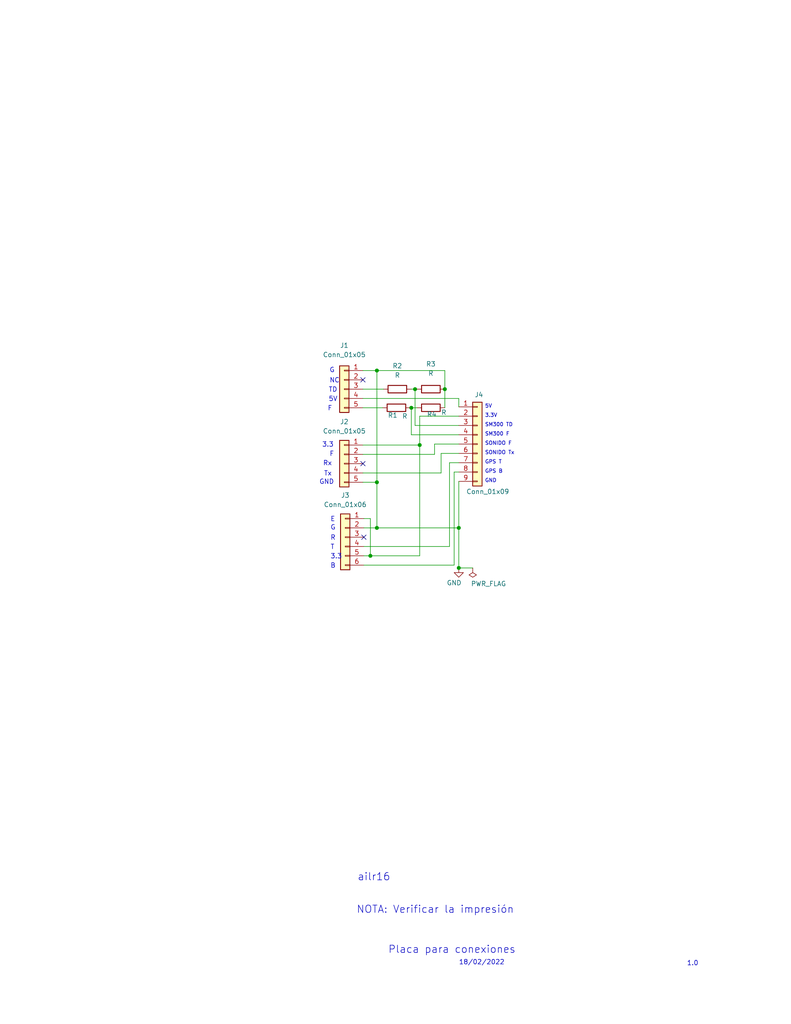
<source format=kicad_sch>
(kicad_sch (version 20211123) (generator eeschema)
  (paper "USLetter" portrait)
  (lib_symbols
    (symbol "Connector_Generic:Conn_01x05" (pin_names (offset 1.016) hide)
      (property "Reference" "J" (at 0 7.62 0))
      (property "Value" "Conn_01x05" (at 0 -7.62 0))
      (symbol "Conn_01x05_1_1"
        (rectangle (start -1.27 -4.953) (end 0 -5.207) (stroke (width 0.1524)))
        (rectangle (start -1.27 -2.413) (end 0 -2.667) (stroke (width 0.1524)))
        (rectangle (start -1.27 0.127) (end 0 -0.127) (stroke (width 0.1524)))
        (rectangle (start -1.27 2.667) (end 0 2.413) (stroke (width 0.1524)))
        (rectangle (start -1.27 5.207) (end 0 4.953) (stroke (width 0.1524)))
        (rectangle (start -1.27 6.35) (end 1.27 -6.35) (stroke (width 0.254)) (fill (type background)))
        (pin passive line (at -5.08 5.08 0) (length 3.81) (name "Pin_1") (number "1"))
        (pin passive line (at -5.08 2.54 0) (length 3.81) (name "Pin_2") (number "2"))
        (pin passive line (at -5.08 0 0) (length 3.81) (name "Pin_3") (number "3"))
        (pin passive line (at -5.08 -2.54 0) (length 3.81) (name "Pin_4") (number "4"))
        (pin passive line (at -5.08 -5.08 0) (length 3.81) (name "Pin_5") (number "5"))
      )
    )
    (symbol "Connector_Generic:Conn_01x06" (pin_names (offset 1.016) hide)
      (property "Reference" "J" (at 0 7.62 0))
      (property "Value" "Conn_01x06" (at 0 -10.16 0))
      (symbol "Conn_01x06_1_1"
        (rectangle (start -1.27 -7.493) (end 0 -7.747) (stroke (width 0.1524)))
        (rectangle (start -1.27 -4.953) (end 0 -5.207) (stroke (width 0.1524)))
        (rectangle (start -1.27 -2.413) (end 0 -2.667) (stroke (width 0.1524)))
        (rectangle (start -1.27 0.127) (end 0 -0.127) (stroke (width 0.1524)))
        (rectangle (start -1.27 2.667) (end 0 2.413) (stroke (width 0.1524)))
        (rectangle (start -1.27 5.207) (end 0 4.953) (stroke (width 0.1524)))
        (rectangle (start -1.27 6.35) (end 1.27 -8.89) (stroke (width 0.254)) (fill (type background)))
        (pin passive line (at -5.08 5.08 0) (length 3.81) (name "Pin_1") (number "1"))
        (pin passive line (at -5.08 2.54 0) (length 3.81) (name "Pin_2") (number "2"))
        (pin passive line (at -5.08 0 0) (length 3.81) (name "Pin_3") (number "3"))
        (pin passive line (at -5.08 -2.54 0) (length 3.81) (name "Pin_4") (number "4"))
        (pin passive line (at -5.08 -5.08 0) (length 3.81) (name "Pin_5") (number "5"))
        (pin passive line (at -5.08 -7.62 0) (length 3.81) (name "Pin_6") (number "6"))
      )
    )
    (symbol "Connector_Generic:Conn_01x09" (pin_names (offset 1.016) hide)
      (property "Reference" "J" (at 0 12.7 0))
      (property "Value" "Conn_01x09" (at 0 -12.7 0))
      (symbol "Conn_01x09_1_1"
        (rectangle (start -1.27 -10.033) (end 0 -10.287) (stroke (width 0.1524)))
        (rectangle (start -1.27 -7.493) (end 0 -7.747) (stroke (width 0.1524)))
        (rectangle (start -1.27 -4.953) (end 0 -5.207) (stroke (width 0.1524)))
        (rectangle (start -1.27 -2.413) (end 0 -2.667) (stroke (width 0.1524)))
        (rectangle (start -1.27 0.127) (end 0 -0.127) (stroke (width 0.1524)))
        (rectangle (start -1.27 2.667) (end 0 2.413) (stroke (width 0.1524)))
        (rectangle (start -1.27 5.207) (end 0 4.953) (stroke (width 0.1524)))
        (rectangle (start -1.27 7.747) (end 0 7.493) (stroke (width 0.1524)))
        (rectangle (start -1.27 10.287) (end 0 10.033) (stroke (width 0.1524)))
        (rectangle (start -1.27 11.43) (end 1.27 -11.43) (stroke (width 0.254)) (fill (type background)))
        (pin passive line (at -5.08 10.16 0) (length 3.81) (name "Pin_1") (number "1"))
        (pin passive line (at -5.08 7.62 0) (length 3.81) (name "Pin_2") (number "2"))
        (pin passive line (at -5.08 5.08 0) (length 3.81) (name "Pin_3") (number "3"))
        (pin passive line (at -5.08 2.54 0) (length 3.81) (name "Pin_4") (number "4"))
        (pin passive line (at -5.08 0 0) (length 3.81) (name "Pin_5") (number "5"))
        (pin passive line (at -5.08 -2.54 0) (length 3.81) (name "Pin_6") (number "6"))
        (pin passive line (at -5.08 -5.08 0) (length 3.81) (name "Pin_7") (number "7"))
        (pin passive line (at -5.08 -7.62 0) (length 3.81) (name "Pin_8") (number "8"))
        (pin passive line (at -5.08 -10.16 0) (length 3.81) (name "Pin_9") (number "9"))
      )
    )
    (symbol "Device:R" (pin_numbers hide) (pin_names (offset 0))
      (property "Reference" "R" (at 2.032 0 90))
      (property "Value" "R" (at 0 0 90))
      (symbol "R_0_1"
        (rectangle (start -1.016 -2.54) (end 1.016 2.54) (stroke (width 0.254)))
      )
      (symbol "R_1_1"
        (pin passive line (at 0 3.81 270) (length 1.27) (name "~") (number "1"))
        (pin passive line (at 0 -3.81 90) (length 1.27) (name "~") (number "2"))
      )
    )
    (symbol "power:GND" (power) (pin_names (offset 0))
      (property "Value" "GND" (at 0 -3.81 0))
      (symbol "GND_0_1"
        (polyline (pts (xy 0 0) (xy 0 -1.27) (xy 1.27 -1.27) (xy 0 -2.54) (xy -1.27 -1.27) (xy 0 -1.27)))
      )
      (symbol "GND_1_1"
        (pin power_in line (at 0 0 270) (length 0) hide (name "GND") (number "1"))
      )
    )
    (symbol "power:PWR_FLAG" (power) (pin_numbers hide) (pin_names (offset 0) hide)
      (property "Value" "PWR_FLAG" (at 0 3.81 0))
      (symbol "PWR_FLAG_0_0"
        (pin power_out line (at 0 0 90) (length 0) (name "pwr") (number "1"))
      )
      (symbol "PWR_FLAG_0_1"
        (polyline (pts (xy 0 0) (xy 0 1.27) (xy -1.016 1.905) (xy 0 2.54) (xy 1.016 1.905) (xy 0 1.27)))
      )
    )
  )
  (junction (at 112.268 111.252))
  (junction (at 125.222 144.018))
  (junction (at 102.87 101.092))
  (junction (at 101.092 151.638))
  (junction (at 113.284 106.172))
  (junction (at 121.412 106.172))
  (junction (at 102.87 144.018))
  (junction (at 125.222 154.94))
  (junction (at 114.554 121.412))
  (junction (at 102.87 131.572))
  (no_connect (at 99.314 146.558))
  (no_connect (at 99.06 103.632))
  (no_connect (at 99.06 126.492))
  (wire (pts (xy 125.222 108.712) (xy 125.222 110.998)))
  (wire (pts (xy 125.222 154.94) (xy 129.032 154.94)))
  (wire (pts (xy 112.268 106.172) (xy 113.284 106.172)))
  (wire (pts (xy 114.554 151.638) (xy 114.554 121.412)))
  (wire (pts (xy 125.222 131.318) (xy 125.222 144.018)))
  (wire (pts (xy 120.396 129.032) (xy 120.396 123.698)))
  (wire (pts (xy 125.222 116.078) (xy 113.284 116.078)))
  (wire (pts (xy 122.682 126.238) (xy 125.222 126.238)))
  (wire (pts (xy 99.314 149.098) (xy 122.682 149.098)))
  (wire (pts (xy 123.952 128.778) (xy 125.222 128.778)))
  (wire (pts (xy 99.06 111.252) (xy 104.394 111.252)))
  (wire (pts (xy 118.618 121.158) (xy 125.222 121.158)))
  (wire (pts (xy 99.314 154.178) (xy 123.952 154.178)))
  (wire (pts (xy 102.87 101.092) (xy 102.87 131.572)))
  (wire (pts (xy 112.268 118.618) (xy 112.268 111.252)))
  (wire (pts (xy 120.396 123.698) (xy 125.222 123.698)))
  (wire (pts (xy 101.092 151.638) (xy 99.314 151.638)))
  (wire (pts (xy 123.952 154.178) (xy 123.952 128.778)))
  (wire (pts (xy 113.284 116.078) (xy 113.284 106.172)))
  (wire (pts (xy 121.412 106.172) (xy 121.412 101.092)))
  (wire (pts (xy 112.014 111.252) (xy 112.268 111.252)))
  (wire (pts (xy 99.06 121.412) (xy 114.554 121.412)))
  (wire (pts (xy 99.06 123.952) (xy 118.618 123.952)))
  (wire (pts (xy 101.092 141.478) (xy 101.092 151.638)))
  (wire (pts (xy 102.87 144.018) (xy 125.222 144.018)))
  (wire (pts (xy 125.222 118.618) (xy 112.268 118.618)))
  (wire (pts (xy 99.06 108.712) (xy 125.222 108.712)))
  (wire (pts (xy 125.222 144.018) (xy 125.222 154.94)))
  (wire (pts (xy 99.06 101.092) (xy 102.87 101.092)))
  (wire (pts (xy 99.06 131.572) (xy 102.87 131.572)))
  (wire (pts (xy 112.268 111.252) (xy 113.792 111.252)))
  (wire (pts (xy 121.412 101.092) (xy 102.87 101.092)))
  (wire (pts (xy 125.222 113.538) (xy 114.554 113.538)))
  (wire (pts (xy 118.618 123.952) (xy 118.618 121.158)))
  (wire (pts (xy 99.314 141.478) (xy 101.092 141.478)))
  (wire (pts (xy 99.06 129.032) (xy 120.396 129.032)))
  (wire (pts (xy 114.554 151.638) (xy 101.092 151.638)))
  (wire (pts (xy 114.554 113.538) (xy 114.554 121.412)))
  (wire (pts (xy 102.87 144.018) (xy 99.314 144.018)))
  (wire (pts (xy 121.412 106.172) (xy 121.412 111.252)))
  (wire (pts (xy 102.87 131.572) (xy 102.87 144.018)))
  (wire (pts (xy 99.06 106.172) (xy 104.648 106.172)))
  (wire (pts (xy 122.682 149.098) (xy 122.682 126.238)))
  (wire (pts (xy 113.284 106.172) (xy 113.792 106.172)))
  (text "SONIDO F" (at 132.334 121.666 0) (effects (font (size 1 1)) (justify left bottom)))
  (text "F" (at 89.916 124.714 0) (effects (font (size 1.27 1.27)) (justify left bottom)))
  (text "GND" (at 132.334 131.826 0) (effects (font (size 1 1)) (justify left bottom)))
  (text "Tx" (at 88.392 130.048 0) (effects (font (size 1.27 1.27)) (justify left bottom)))
  (text "3.3" (at 90.17 152.654 0) (effects (font (size 1.27 1.27)) (justify left bottom)))
  (text "E" (at 90.17 142.494 0) (effects (font (size 1.27 1.27)) (justify left bottom)))
  (text "ailr16" (at 97.536 240.538 0) (effects (font (size 2 2)) (justify left bottom)))
  (text "3.3V" (at 132.334 114.046 0) (effects (font (size 1 1)) (justify left bottom)))
  (text "SONIDO Tx" (at 132.334 124.206 0) (effects (font (size 1 1)) (justify left bottom)))
  (text "Rx" (at 88.138 127.254 0) (effects (font (size 1.27 1.27)) (justify left bottom)))
  (text "Placa para conexiones" (at 105.918 260.35 0) (effects (font (size 2 2)) (justify left bottom)))
  (text "F" (at 89.408 112.268 0) (effects (font (size 1.27 1.27)) (justify left bottom)))
  (text "R" (at 90.17 147.574 0) (effects (font (size 1.27 1.27)) (justify left bottom)))
  (text "5V" (at 132.334 111.506 0) (effects (font (size 1 1)) (justify left bottom)))
  (text "B" (at 90.17 155.194 0) (effects (font (size 1.27 1.27)) (justify left bottom)))
  (text "GPS T" (at 132.334 126.746 0) (effects (font (size 1 1)) (justify left bottom)))
  (text "NOTA: Verificar la impresión" (at 97.282 249.428 0) (effects (font (size 2 2)) (justify left bottom)))
  (text "3.3" (at 87.884 122.174 0) (effects (font (size 1.27 1.27)) (justify left bottom)))
  (text "5V" (at 89.662 109.728 0) (effects (font (size 1.27 1.27)) (justify left bottom)))
  (text "1.0" (at 187.452 263.652 0) (effects (font (size 1.27 1.27)) (justify left bottom)))
  (text "NC" (at 89.916 104.648 0) (effects (font (size 1.27 1.27)) (justify left bottom)))
  (text "18/02/2022" (at 125.222 263.398 0) (effects (font (size 1.27 1.27)) (justify left bottom)))
  (text "SM300 F\n" (at 132.334 119.126 0) (effects (font (size 1 1)) (justify left bottom)))
  (text "GPS B" (at 132.334 129.286 0) (effects (font (size 1 1)) (justify left bottom)))
  (text "G" (at 90.17 144.78 0) (effects (font (size 1.27 1.27)) (justify left bottom)))
  (text "TD" (at 89.662 107.188 0) (effects (font (size 1.27 1.27)) (justify left bottom)))
  (text "SM300 TD" (at 132.334 116.586 0) (effects (font (size 1 1)) (justify left bottom)))
  (text "T" (at 90.17 150.114 0) (effects (font (size 1.27 1.27)) (justify left bottom)))
  (text "G" (at 89.916 101.854 0) (effects (font (size 1.27 1.27)) (justify left bottom)))
  (text "GND" (at 87.122 132.334 0) (effects (font (size 1.27 1.27)) (justify left bottom)))
  (symbol (lib_id "Device:R") (at 108.458 106.172 90) (unit 1)
    (property "Reference" "R2" (at 108.458 99.822 90))
    (property "Value" "R" (at 108.458 102.362 90))
    (property "Footprint" "Resistor_THT:R_Axial_DIN0207_L6.3mm_D2.5mm_P10.16mm_Horizontal" (effects hide))
  )
  (symbol (lib_id "Device:R") (at 108.204 111.252 90) (unit 1)
    (property "Reference" "R1" (at 107.188 113.284 90))
    (property "Value" "R" (at 110.49 113.538 90))
    (property "Footprint" "Resistor_THT:R_Axial_DIN0207_L6.3mm_D2.5mm_P10.16mm_Horizontal" (effects hide))
  )
  (symbol (lib_id "Connector_Generic:Conn_01x05") (at 93.98 106.172 0) (mirror y) (unit 1)
    (property "Reference" "J1" (at 93.98 94.234 0))
    (property "Value" "Conn_01x05" (at 93.98 96.774 0))
    (property "Footprint" "Connector_PinHeader_2.54mm:PinHeader_1x05_P2.54mm_Vertical" (effects hide))
  )
  (symbol (lib_id "power:PWR_FLAG") (at 129.032 154.94 180) (unit 1)
    (property "Reference" "#FLG01" (effects hide))
    (property "Value" "PWR_FLAG" (at 133.35 159.258 0))
  )
  (symbol (lib_id "Connector_Generic:Conn_01x09") (at 130.302 121.158 0) (unit 1)
    (property "Reference" "J4" (at 129.54 107.696 0) (effects (justify left)))
    (property "Value" "Conn_01x09" (at 127.254 134.112 0) (effects (justify left)))
    (property "Footprint" "Connector_PinHeader_2.54mm:PinHeader_1x09_P2.54mm_Vertical" (effects hide))
  )
  (symbol (lib_id "Device:R") (at 117.602 111.252 90) (unit 1)
    (property "Reference" "R4" (at 117.856 113.03 90))
    (property "Value" "R" (at 121.158 112.522 90))
    (property "Footprint" "Resistor_THT:R_Axial_DIN0207_L6.3mm_D2.5mm_P10.16mm_Horizontal" (effects hide))
  )
  (symbol (lib_id "Connector_Generic:Conn_01x06") (at 94.234 146.558 0) (mirror y) (unit 1)
    (property "Reference" "J3" (at 94.234 135.128 0))
    (property "Value" "Conn_01x06" (at 94.234 137.668 0))
    (property "Footprint" "Connector_PinHeader_2.54mm:PinHeader_1x06_P2.54mm_Vertical" (effects hide))
  )
  (symbol (lib_id "Connector_Generic:Conn_01x05") (at 93.98 126.492 0) (mirror y) (unit 1)
    (property "Reference" "J2" (at 93.98 115.062 0))
    (property "Value" "Conn_01x05" (at 93.98 117.602 0))
    (property "Footprint" "Connector_PinHeader_2.54mm:PinHeader_1x05_P2.54mm_Vertical" (effects hide))
  )
  (symbol (lib_id "power:GND") (at 125.222 154.94 0) (unit 1)
    (property "Reference" "#PWR01" (effects hide))
    (property "Value" "GND" (at 123.952 159.004 0))
  )
  (symbol (lib_id "Device:R") (at 117.602 106.172 90) (unit 1)
    (property "Reference" "R3" (at 117.602 99.314 90))
    (property "Value" "R" (at 117.602 101.854 90))
    (property "Footprint" "Resistor_THT:R_Axial_DIN0207_L6.3mm_D2.5mm_P10.16mm_Horizontal" (effects hide))
  )
)
</source>
